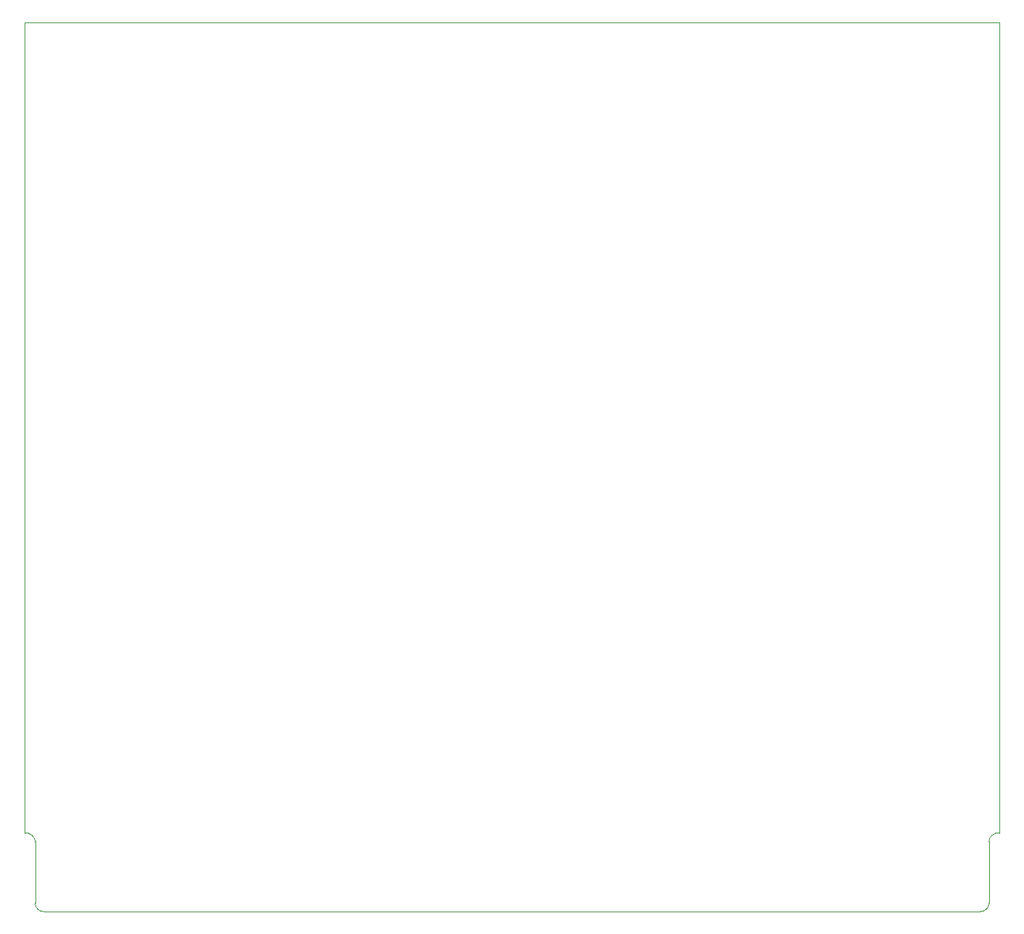
<source format=gbr>
%TF.GenerationSoftware,KiCad,Pcbnew,8.0.3*%
%TF.CreationDate,2025-02-02T19:27:09+01:00*%
%TF.ProjectId,BBARIII,42424152-4949-4492-9e6b-696361645f70,rev?*%
%TF.SameCoordinates,Original*%
%TF.FileFunction,Profile,NP*%
%FSLAX46Y46*%
G04 Gerber Fmt 4.6, Leading zero omitted, Abs format (unit mm)*
G04 Created by KiCad (PCBNEW 8.0.3) date 2025-02-02 19:27:09*
%MOMM*%
%LPD*%
G01*
G04 APERTURE LIST*
%TA.AperFunction,Profile*%
%ADD10C,0.050000*%
%TD*%
G04 APERTURE END LIST*
D10*
X205670000Y-139580044D02*
G75*
G02*
X206904243Y-138573501I1075300J-58556D01*
G01*
X205670000Y-139580044D02*
X205670000Y-146759957D01*
X206904253Y-138573432D02*
X206904253Y-114754998D01*
X95154998Y-147755016D02*
G75*
G02*
X94159986Y-146759913I-19998J975016D01*
G01*
X92925747Y-111754998D02*
X92925747Y-43754999D01*
X205670000Y-146759957D02*
G75*
G02*
X204675003Y-147755001I-974900J-20143D01*
G01*
X92925747Y-138573386D02*
X92925747Y-111754998D01*
X92925747Y-138573388D02*
G75*
G02*
X94159996Y-139580000I158853J-1065212D01*
G01*
X206904253Y-43754999D02*
X92925747Y-43754999D01*
X204675002Y-147755060D02*
X95154998Y-147755016D01*
X206904253Y-114754998D02*
X206904253Y-43754999D01*
X94160000Y-139580000D02*
X94160000Y-146759913D01*
M02*

</source>
